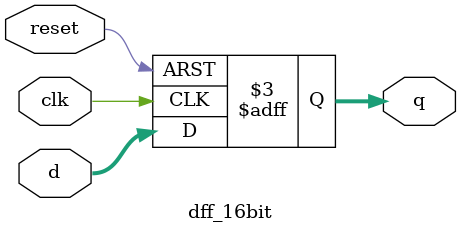
<source format=v>
module fir_16tap ( 
	input [15:0] x, 
	input clk,reset, 
	output [33:0] y 
);

parameter a0=1;

parameter a1=2;

parameter a2=3;

parameter a3=4;

parameter a4=5;

parameter a5=6;

parameter a6=7;

parameter a7=8;

parameter a8=9;

parameter a9=10;

parameter a10=11;

parameter a11=12;

parameter a12=13;

parameter a13=14;

parameter a14=15;

parameter a15=16;

wire [15:0] m0,m1,m2,m3,m4,m5,m6,m7,m8,m9,m10,m11,m12,m13,m14;

wire [31:0] m15,m16,m18,m20,m22,m24,m26,m28,m30,m32,m34,m36,m38,m40,m42,m44;

wire [33:0] m17,m19,m21,m23,m25,m27,m29,m31,m33,m35,m37,m39,m41,m43;

dff_16bit q1(x,clk,reset,m0);
dff_16bit q2(m0,clk,reset,m1);
dff_16bit q3(m1,clk,reset,m2);
dff_16bit q4(m2,clk,reset,m3);
dff_16bit q5(m3,clk,reset,m4);
dff_16bit q6(m4,clk,reset,m5);
dff_16bit q7(m5,clk,reset,m6);
dff_16bit q8(m6,clk,reset,m7);
dff_16bit q9(m7,clk,reset,m8);
dff_16bit q10(m8,clk,reset,m9);
dff_16bit q11(m9,clk,reset,m10);
dff_16bit q12(m10,clk,reset,m11);
dff_16bit q13(m11,clk,reset,m12);
dff_16bit q14(m12,clk,reset,m13);
dff_16bit q15(m13,clk,reset,m14);

//Multiplication
assign m15=x*a0;
assign m16=m0*a1;
assign m18=m1*a2;
assign m20=m2*a3;
assign m22=m3*a4;
assign m24=m4*a5;
assign m26=m5*a6;
assign m28=m6*a7;
assign m30=m7*a8;
assign m32=m8*a9;
assign m34=m9*a10;
assign m36=m10*a11;
assign m38=m11*a12;
assign m40=m12*a13;
assign m42=m13*a14;
assign m44=m14*a15;

//Addition
assign m17=m15+m16;
assign m19=m17+m18;
assign m21=m19+m20;
assign m23=m21+m22;
assign m25=m23+m24;
assign m27=m25+m26;
assign m29=m27+m28;
assign m31=m29+m30;
assign m33=m31+m32;
assign m35=m33+m34;
assign m37=m35+m36;
assign m39=m37+m38;
assign m41=m39+m40;
assign m43=m41+m42;
assign y=m43+m44;

endmodule

module dff_16bit(
	input [15:0] d,
	input clk,reset,
	output reg [15:0] q
);

always@(posedge clk or negedge reset)
begin
  if(reset==1'b0)
    q <= 1'b0; 
else 
  q <= d; 
end 

endmodule

</source>
